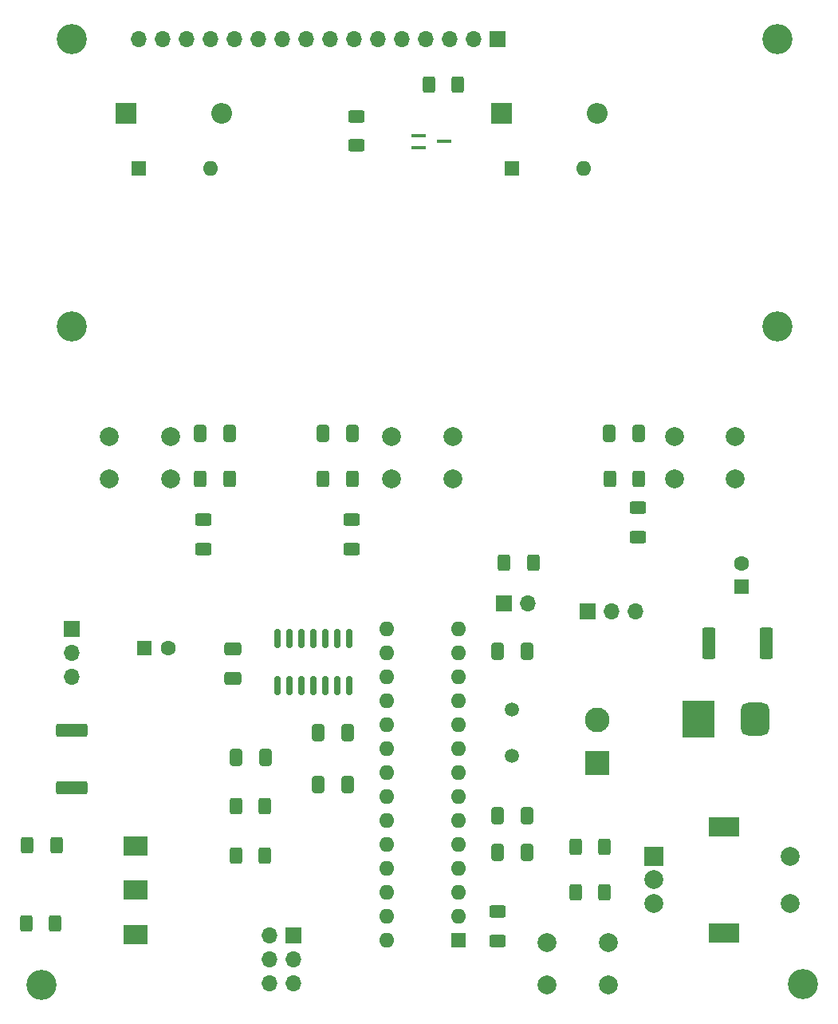
<source format=gbr>
%TF.GenerationSoftware,KiCad,Pcbnew,(5.99.0-12960-gccd3a1e6a9)*%
%TF.CreationDate,2021-11-17T23:12:52-08:00*%
%TF.ProjectId,Team2EpicDiceRoller,5465616d-3245-4706-9963-44696365526f,rev?*%
%TF.SameCoordinates,Original*%
%TF.FileFunction,Soldermask,Bot*%
%TF.FilePolarity,Negative*%
%FSLAX46Y46*%
G04 Gerber Fmt 4.6, Leading zero omitted, Abs format (unit mm)*
G04 Created by KiCad (PCBNEW (5.99.0-12960-gccd3a1e6a9)) date 2021-11-17 23:12:52*
%MOMM*%
%LPD*%
G01*
G04 APERTURE LIST*
G04 Aperture macros list*
%AMRoundRect*
0 Rectangle with rounded corners*
0 $1 Rounding radius*
0 $2 $3 $4 $5 $6 $7 $8 $9 X,Y pos of 4 corners*
0 Add a 4 corners polygon primitive as box body*
4,1,4,$2,$3,$4,$5,$6,$7,$8,$9,$2,$3,0*
0 Add four circle primitives for the rounded corners*
1,1,$1+$1,$2,$3*
1,1,$1+$1,$4,$5*
1,1,$1+$1,$6,$7*
1,1,$1+$1,$8,$9*
0 Add four rect primitives between the rounded corners*
20,1,$1+$1,$2,$3,$4,$5,0*
20,1,$1+$1,$4,$5,$6,$7,0*
20,1,$1+$1,$6,$7,$8,$9,0*
20,1,$1+$1,$8,$9,$2,$3,0*%
G04 Aperture macros list end*
%ADD10C,3.200000*%
%ADD11C,2.000000*%
%ADD12R,3.500000X4.000000*%
%ADD13RoundRect,0.750000X0.750000X1.000000X-0.750000X1.000000X-0.750000X-1.000000X0.750000X-1.000000X0*%
%ADD14R,2.200000X2.200000*%
%ADD15O,2.200000X2.200000*%
%ADD16R,1.600000X1.600000*%
%ADD17O,1.600000X1.600000*%
%ADD18C,1.600000*%
%ADD19C,1.500000*%
%ADD20R,2.625000X2.625000*%
%ADD21C,2.625000*%
%ADD22R,1.700000X1.700000*%
%ADD23O,1.700000X1.700000*%
%ADD24R,2.000000X2.000000*%
%ADD25R,3.200000X2.000000*%
%ADD26R,2.600000X2.000000*%
%ADD27RoundRect,0.250000X-0.400000X-0.625000X0.400000X-0.625000X0.400000X0.625000X-0.400000X0.625000X0*%
%ADD28RoundRect,0.250000X0.412500X0.650000X-0.412500X0.650000X-0.412500X-0.650000X0.412500X-0.650000X0*%
%ADD29RoundRect,0.250000X-0.412500X-0.650000X0.412500X-0.650000X0.412500X0.650000X-0.412500X0.650000X0*%
%ADD30RoundRect,0.250000X0.400000X0.625000X-0.400000X0.625000X-0.400000X-0.625000X0.400000X-0.625000X0*%
%ADD31RoundRect,0.250000X-0.625000X0.400000X-0.625000X-0.400000X0.625000X-0.400000X0.625000X0.400000X0*%
%ADD32RoundRect,0.250000X0.625000X-0.400000X0.625000X0.400000X-0.625000X0.400000X-0.625000X-0.400000X0*%
%ADD33R,1.500000X0.450000*%
%ADD34RoundRect,0.250000X-0.650000X0.412500X-0.650000X-0.412500X0.650000X-0.412500X0.650000X0.412500X0*%
%ADD35RoundRect,0.249999X-1.425001X0.450001X-1.425001X-0.450001X1.425001X-0.450001X1.425001X0.450001X0*%
%ADD36RoundRect,0.249999X-0.450001X-1.425001X0.450001X-1.425001X0.450001X1.425001X-0.450001X1.425001X0*%
%ADD37RoundRect,0.150000X-0.150000X0.825000X-0.150000X-0.825000X0.150000X-0.825000X0.150000X0.825000X0*%
G04 APERTURE END LIST*
D10*
%TO.C,H2*%
X179700000Y-55900000D03*
%TD*%
D11*
%TO.C,SW8*%
X175250000Y-67600000D03*
X168750000Y-67600000D03*
X168750000Y-72100000D03*
X175250000Y-72100000D03*
%TD*%
D12*
%TO.C,J3*%
X171350000Y-97582500D03*
D13*
X177350000Y-97582500D03*
%TD*%
D11*
%TO.C,SW6*%
X138750000Y-67600000D03*
X145250000Y-67600000D03*
X138750000Y-72100000D03*
X145250000Y-72100000D03*
%TD*%
D14*
%TO.C,D4*%
X150445000Y-33275000D03*
D15*
X160605000Y-33275000D03*
%TD*%
D16*
%TO.C,U4*%
X145800000Y-121000000D03*
D17*
X145800000Y-118460000D03*
X145800000Y-115920000D03*
X145800000Y-113380000D03*
X145800000Y-110840000D03*
X145800000Y-108300000D03*
X145800000Y-105760000D03*
X145800000Y-103220000D03*
X145800000Y-100680000D03*
X145800000Y-98140000D03*
X145800000Y-95600000D03*
X145800000Y-93060000D03*
X145800000Y-90520000D03*
X145800000Y-87980000D03*
X138180000Y-87980000D03*
X138180000Y-90520000D03*
X138180000Y-93060000D03*
X138180000Y-95600000D03*
X138180000Y-98140000D03*
X138180000Y-100680000D03*
X138180000Y-103220000D03*
X138180000Y-105760000D03*
X138180000Y-108300000D03*
X138180000Y-110840000D03*
X138180000Y-113380000D03*
X138180000Y-115920000D03*
X138180000Y-118460000D03*
X138180000Y-121000000D03*
%TD*%
D10*
%TO.C,H5*%
X101600000Y-125700000D03*
%TD*%
%TO.C,H4*%
X179700000Y-25400000D03*
%TD*%
D16*
%TO.C,C8*%
X112500000Y-90044887D03*
D18*
X115000000Y-90044887D03*
%TD*%
D14*
%TO.C,D3*%
X110570000Y-33275000D03*
D15*
X120730000Y-33275000D03*
%TD*%
D16*
%TO.C,C6*%
X175900000Y-83525000D03*
D18*
X175900000Y-81025000D03*
%TD*%
D19*
%TO.C,Y1*%
X151500000Y-101450000D03*
X151500000Y-96570000D03*
%TD*%
D20*
%TO.C,SW3*%
X160560000Y-102232500D03*
D21*
X160560000Y-97632500D03*
%TD*%
D22*
%TO.C,J1*%
X128290000Y-120475000D03*
D23*
X125750000Y-120475000D03*
X128290000Y-123015000D03*
X125750000Y-123015000D03*
X128290000Y-125555000D03*
X125750000Y-125555000D03*
%TD*%
D16*
%TO.C,D2*%
X111915000Y-39125000D03*
D17*
X119535000Y-39125000D03*
%TD*%
D24*
%TO.C,SW4*%
X166575000Y-112100000D03*
D11*
X166575000Y-117100000D03*
X166575000Y-114600000D03*
D25*
X174075000Y-120200000D03*
X174075000Y-109000000D03*
D11*
X181075000Y-117100000D03*
X181075000Y-112100000D03*
%TD*%
D22*
%TO.C,JP1*%
X104750000Y-87975000D03*
D23*
X104750000Y-90515000D03*
X104750000Y-93055000D03*
%TD*%
D11*
%TO.C,SW5*%
X108750000Y-67600000D03*
X115250000Y-67600000D03*
X115250000Y-72100000D03*
X108750000Y-72100000D03*
%TD*%
D10*
%TO.C,H1*%
X104775000Y-55875000D03*
%TD*%
D22*
%TO.C,JP2*%
X159575000Y-86075000D03*
D23*
X162115000Y-86075000D03*
X164655000Y-86075000D03*
%TD*%
D22*
%TO.C,J2*%
X149961600Y-25400000D03*
D23*
X147421600Y-25400000D03*
X144881600Y-25400000D03*
X142341600Y-25400000D03*
X139801600Y-25400000D03*
X137261600Y-25400000D03*
X134721600Y-25400000D03*
X132181600Y-25400000D03*
X129641600Y-25400000D03*
X127101600Y-25400000D03*
X124561600Y-25400000D03*
X122021600Y-25400000D03*
X119481600Y-25400000D03*
X116941600Y-25400000D03*
X114401600Y-25400000D03*
X111861600Y-25400000D03*
%TD*%
D10*
%TO.C,H3*%
X104775000Y-25400000D03*
%TD*%
D16*
%TO.C,D1*%
X151515000Y-39125000D03*
D17*
X159135000Y-39125000D03*
%TD*%
D22*
%TO.C,SW2*%
X150700000Y-85250000D03*
D23*
X153240000Y-85250000D03*
%TD*%
D10*
%TO.C,H6*%
X182425000Y-125675000D03*
%TD*%
D11*
%TO.C,SW7*%
X161750000Y-125750000D03*
X155250000Y-125750000D03*
X155250000Y-121250000D03*
X161750000Y-121250000D03*
%TD*%
D26*
%TO.C,SW1*%
X111575000Y-110975000D03*
X111575000Y-115675000D03*
X111575000Y-120375000D03*
%TD*%
D27*
%TO.C,R11*%
X118445000Y-72025000D03*
X121545000Y-72025000D03*
%TD*%
D28*
%TO.C,C7*%
X121537500Y-67200000D03*
X118412500Y-67200000D03*
%TD*%
D29*
%TO.C,C11*%
X131412500Y-67200000D03*
X134537500Y-67200000D03*
%TD*%
%TO.C,C12*%
X161812500Y-67200000D03*
X164937500Y-67200000D03*
%TD*%
D30*
%TO.C,R17*%
X134545000Y-72025000D03*
X131445000Y-72025000D03*
%TD*%
D31*
%TO.C,R18*%
X150000000Y-117950000D03*
X150000000Y-121050000D03*
%TD*%
D30*
%TO.C,R1*%
X153800000Y-80925000D03*
X150700000Y-80925000D03*
%TD*%
D32*
%TO.C,R19*%
X164900000Y-78225000D03*
X164900000Y-75125000D03*
%TD*%
D28*
%TO.C,C9*%
X153137500Y-107825000D03*
X150012500Y-107825000D03*
%TD*%
D33*
%TO.C,Q1*%
X141645000Y-36925000D03*
X141645000Y-35625000D03*
X144305000Y-36275000D03*
%TD*%
D30*
%TO.C,R20*%
X165000000Y-72025000D03*
X161900000Y-72025000D03*
%TD*%
%TO.C,R16*%
X145775000Y-30250000D03*
X142675000Y-30250000D03*
%TD*%
D32*
%TO.C,R15*%
X134500000Y-79475000D03*
X134500000Y-76375000D03*
%TD*%
D30*
%TO.C,R4*%
X125295000Y-112000000D03*
X122195000Y-112000000D03*
%TD*%
D28*
%TO.C,C3*%
X125337500Y-101625000D03*
X122212500Y-101625000D03*
%TD*%
D27*
%TO.C,R2*%
X99925000Y-119225000D03*
X103025000Y-119225000D03*
%TD*%
D34*
%TO.C,C18*%
X121850000Y-90112500D03*
X121850000Y-93237500D03*
%TD*%
D30*
%TO.C,R21*%
X161350000Y-111050000D03*
X158250000Y-111050000D03*
%TD*%
D27*
%TO.C,R22*%
X158250000Y-115900000D03*
X161350000Y-115900000D03*
%TD*%
D29*
%TO.C,C15*%
X130937500Y-99000000D03*
X134062500Y-99000000D03*
%TD*%
D28*
%TO.C,C14*%
X153137500Y-111675000D03*
X150012500Y-111675000D03*
%TD*%
D29*
%TO.C,C13*%
X130937500Y-104500000D03*
X134062500Y-104500000D03*
%TD*%
D32*
%TO.C,R14*%
X135000000Y-36700000D03*
X135000000Y-33600000D03*
%TD*%
D35*
%TO.C,R12*%
X104750000Y-98750000D03*
X104750000Y-104850000D03*
%TD*%
D28*
%TO.C,C10*%
X153137500Y-90325000D03*
X150012500Y-90325000D03*
%TD*%
D36*
%TO.C,R13*%
X172450000Y-89500000D03*
X178550000Y-89500000D03*
%TD*%
D27*
%TO.C,R3*%
X100025000Y-110925000D03*
X103125000Y-110925000D03*
%TD*%
%TO.C,R6*%
X122195000Y-106750000D03*
X125295000Y-106750000D03*
%TD*%
D32*
%TO.C,R9*%
X118775000Y-79475000D03*
X118775000Y-76375000D03*
%TD*%
D37*
%TO.C,U2*%
X126590000Y-89000000D03*
X127860000Y-89000000D03*
X129130000Y-89000000D03*
X130400000Y-89000000D03*
X131670000Y-89000000D03*
X132940000Y-89000000D03*
X134210000Y-89000000D03*
X134210000Y-93950000D03*
X132940000Y-93950000D03*
X131670000Y-93950000D03*
X130400000Y-93950000D03*
X129130000Y-93950000D03*
X127860000Y-93950000D03*
X126590000Y-93950000D03*
%TD*%
M02*

</source>
